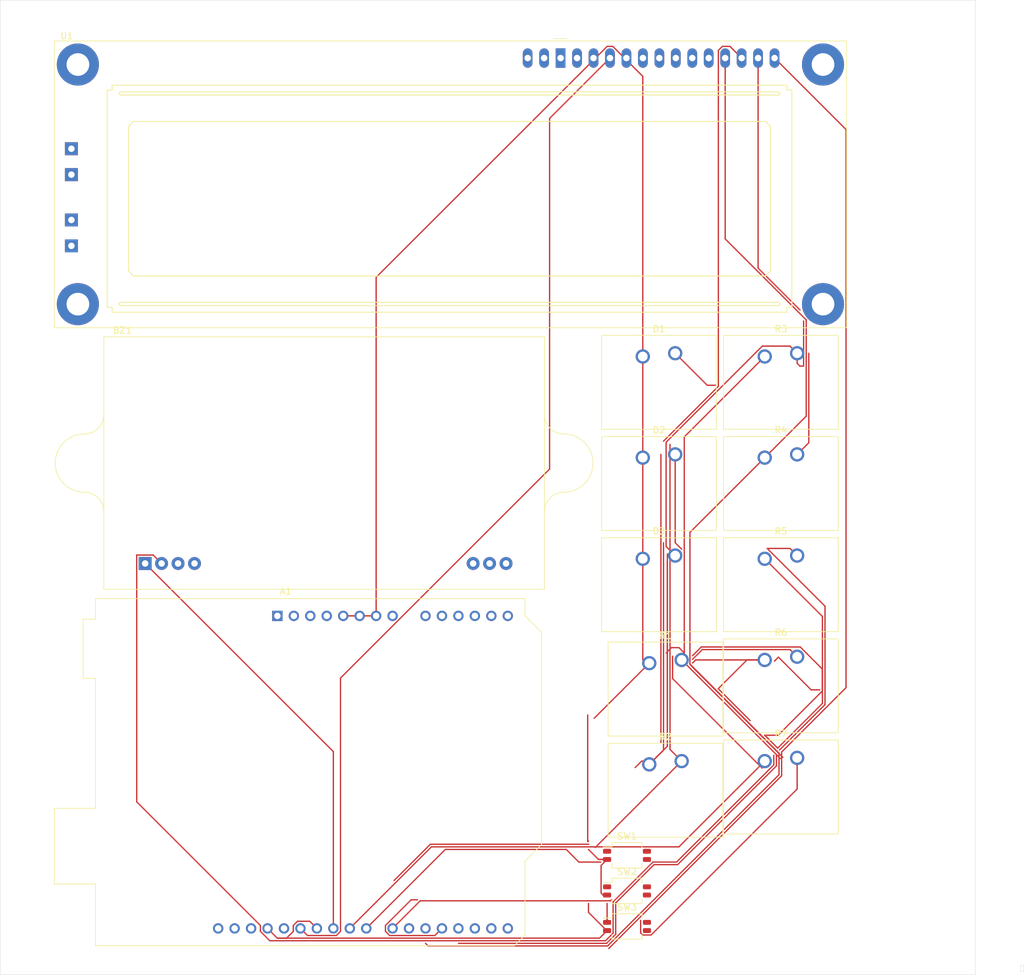
<source format=kicad_pcb>
(kicad_pcb (version 20241229) (generator "pcbnew") (generator_version "9.0")
  (layers (0 "F.Cu" signal) (2 "B.Cu" signal) (13 "F.Paste" user) (15 "B.Paste" user) (5 "F.SilkS" user "F.Silkscreen") (7 "B.SilkS" user "B.Silkscreen") (1 "F.Mask" user) (3 "B.Mask" user) (25 "Edge.Cuts" user))
  (net 0 "")
  (net 2 "Net-(A1-+5V)")
  (net 4 "Net-(A1-D10)")
  (net 10 "Net-(A1-D5)")
  (net 16 "Net-(A1-D3)")
  (net 17 "Net-(A1-D12)")
  (net 18 "Net-(A1-D7)")
  (net 19 "Net-(A1-D4)")
  (net 24 "Net-(A1-D9)")
  (net 25 "Net-(A1-D8)")
  (net 28 "Net-(A1-D2)")
  (net 29 "Net-(BZ1--)")
  (net 30 "Net-(D1-K)")
  (net 31 "Net-(D2-K)")
  (net 32 "Net-(D3-K)")
  (net 33 "Net-(R5-Pad1)")
  (net 34 "Net-(R6-Pad1)")
  (net 35 "Net-(R7-Pad1)")
  (footprint "Button_Switch_Keyboard:SW_Matias_2.75u" (layer "F.Cu") (at 167.5 74.52)
    (property "Reference" "R3" (at -2.5 -3.75 0) (layer "F.SilkS"))
    (property "Value" "R")
    (fp_line (start -11.35 -2.75) (end 6.35 -2.75) (stroke (width 0.12)) (layer "F.SilkS"))
    (fp_line (start -11.35 11.75) (end -11.35 -2.75) (stroke (width 0.12)) (layer "F.SilkS"))
    (fp_line (start 6.35 -2.75) (end 6.35 11.75) (stroke (width 0.12)) (layer "F.SilkS"))
    (fp_line (start 6.35 11.75) (end -11.35 11.75) (stroke (width 0.12)) (layer "F.SilkS"))
    (pad "1" thru_hole circle (at 0 0) (size 2.2 2.2) (drill 1.5) (layers "*.Cu" "*.Mask") (net 32 "Net-(D3-K)"))
    (pad "2" thru_hole circle (at -5 0.5) (size 2.2 2.2) (drill 1.5) (layers "*.Cu" "*.Mask") (net 16 "Net-(A1-D3)"))
  )
  (footprint "Button_Switch_Keyboard:SW_Matias_2.25u" (layer "F.Cu") (at 148.68 90.14)
    (property "Reference" "D2" (at -2.5 -3.75 0) (layer "F.SilkS"))
    (property "Value" "LED")
    (fp_line (start -11.35 -2.75) (end 6.35 -2.75) (stroke (width 0.12)) (layer "F.SilkS"))
    (fp_line (start -11.35 11.75) (end -11.35 -2.75) (stroke (width 0.12)) (layer "F.SilkS"))
    (fp_line (start 6.35 -2.75) (end 6.35 11.75) (stroke (width 0.12)) (layer "F.SilkS"))
    (fp_line (start 6.35 11.75) (end -11.35 11.75) (stroke (width 0.12)) (layer "F.SilkS"))
    (pad "1" thru_hole circle (at 0 0) (size 2.2 2.2) (drill 1.5) (layers "*.Cu" "*.Mask") (net 31 "Net-(D2-K)"))
    (pad "2" thru_hole circle (at -5 0.5) (size 2.2 2.2) (drill 1.5) (layers "*.Cu" "*.Mask") (net 2 "Net-(A1-+5V)"))
  )
  (footprint "Button_Switch_SMD:SW_DIP_SPSTx02_Slide_Omron_A6H-2101_W6.15mm_P1.27mm" (layer "F.Cu") (at 141.245 157.545)
    (property "Reference" "SW2" (at 0 -2.965 0) (layer "F.SilkS"))
    (property "Value" "SW_Push")
    (fp_line (start -3.7 -1.315) (end -2.31 -1.315) (stroke (width 0.12)) (layer "F.SilkS"))
    (fp_line (start -2.31 -1.965) (end -2.31 -1.315) (stroke (width 0.12)) (layer "F.SilkS"))
    (fp_line (start -2.31 -1.965) (end 2.31 -1.965) (stroke (width 0.12)) (layer "F.SilkS"))
    (fp_line (start -2.31 1.965) (end -2.31 1.255) (stroke (width 0.12)) (layer "F.SilkS"))
    (fp_line (start -2.31 1.965) (end 2.31 1.965) (stroke (width 0.12)) (layer "F.SilkS"))
    (fp_line (start 2.31 -1.965) (end 2.31 -1.255) (stroke (width 0.12)) (layer "F.SilkS"))
    (fp_line (start 2.31 1.965) (end 2.31 1.255) (stroke (width 0.12)) (layer "F.SilkS"))
    (pad "1" smd roundrect (at -3.075 -0.635) (size 1.25 0.76) (layers "F.Cu" "F.Mask" "F.Paste") (net 35 "Net-(R7-Pad1)"))
    (pad "2" smd roundrect (at -3.075 0.635) (size 1.25 0.76) (layers "F.Cu" "F.Mask" "F.Paste") (net 2 "Net-(A1-+5V)"))
    (pad "3" smd roundrect (at 3.075 0.635) (size 1.25 0.76) (layers "F.Cu" "F.Mask" "F.Paste"))
    (pad "4" smd roundrect (at 3.075 -0.635) (size 1.25 0.76) (layers "F.Cu" "F.Mask" "F.Paste"))
  )
  (footprint "Button_Switch_Keyboard:SW_Matias_2.25u" (layer "F.Cu") (at 148.68 105.76)
    (property "Reference" "D3" (at -2.5 -3.75 0) (layer "F.SilkS"))
    (property "Value" "LED")
    (fp_line (start -11.35 -2.75) (end 6.35 -2.75) (stroke (width 0.12)) (layer "F.SilkS"))
    (fp_line (start -11.35 11.75) (end -11.35 -2.75) (stroke (width 0.12)) (layer "F.SilkS"))
    (fp_line (start 6.35 -2.75) (end 6.35 11.75) (stroke (width 0.12)) (layer "F.SilkS"))
    (fp_line (start 6.35 11.75) (end -11.35 11.75) (stroke (width 0.12)) (layer "F.SilkS"))
    (pad "1" thru_hole circle (at 0 0) (size 2.2 2.2) (drill 1.5) (layers "*.Cu" "*.Mask") (net 32 "Net-(D3-K)"))
    (pad "2" thru_hole circle (at -5 0.5) (size 2.2 2.2) (drill 1.5) (layers "*.Cu" "*.Mask") (net 2 "Net-(A1-+5V)"))
  )
  (footprint "Button_Switch_Keyboard:SW_Matias_2.25u" (layer "F.Cu") (at 148.68 74.52)
    (property "Reference" "D1" (at -2.5 -3.75 0) (layer "F.SilkS"))
    (property "Value" "LED")
    (fp_line (start -11.35 -2.75) (end 6.35 -2.75) (stroke (width 0.12)) (layer "F.SilkS"))
    (fp_line (start -11.35 11.75) (end -11.35 -2.75) (stroke (width 0.12)) (layer "F.SilkS"))
    (fp_line (start 6.35 -2.75) (end 6.35 11.75) (stroke (width 0.12)) (layer "F.SilkS"))
    (fp_line (start 6.35 11.75) (end -11.35 11.75) (stroke (width 0.12)) (layer "F.SilkS"))
    (pad "1" thru_hole circle (at 0 0) (size 2.2 2.2) (drill 1.5) (layers "*.Cu" "*.Mask") (net 30 "Net-(D1-K)"))
    (pad "2" thru_hole circle (at -5 0.5) (size 2.2 2.2) (drill 1.5) (layers "*.Cu" "*.Mask") (net 2 "Net-(A1-+5V)"))
  )
  (footprint "Button_Switch_SMD:SW_DIP_SPSTx02_Slide_Omron_A6H-2101_W6.15mm_P1.27mm" (layer "F.Cu") (at 141.245 163.035)
    (property "Reference" "SW3" (at 0 -2.965 0) (layer "F.SilkS"))
    (property "Value" "SW_Push")
    (fp_line (start -3.7 -1.315) (end -2.31 -1.315) (stroke (width 0.12)) (layer "F.SilkS"))
    (fp_line (start -2.31 -1.965) (end -2.31 -1.315) (stroke (width 0.12)) (layer "F.SilkS"))
    (fp_line (start -2.31 -1.965) (end 2.31 -1.965) (stroke (width 0.12)) (layer "F.SilkS"))
    (fp_line (start -2.31 1.965) (end -2.31 1.255) (stroke (width 0.12)) (layer "F.SilkS"))
    (fp_line (start -2.31 1.965) (end 2.31 1.965) (stroke (width 0.12)) (layer "F.SilkS"))
    (fp_line (start 2.31 -1.965) (end 2.31 -1.255) (stroke (width 0.12)) (layer "F.SilkS"))
    (fp_line (start 2.31 1.965) (end 2.31 1.255) (stroke (width 0.12)) (layer "F.SilkS"))
    (pad "1" smd roundrect (at -3.075 -0.635) (size 1.25 0.76) (layers "F.Cu" "F.Mask" "F.Paste") (net 33 "Net-(R5-Pad1)"))
    (pad "2" smd roundrect (at -3.075 0.635) (size 1.25 0.76) (layers "F.Cu" "F.Mask" "F.Paste") (net 2 "Net-(A1-+5V)"))
    (pad "3" smd roundrect (at 3.075 0.635) (size 1.25 0.76) (layers "F.Cu" "F.Mask" "F.Paste"))
    (pad "4" smd roundrect (at 3.075 -0.635) (size 1.25 0.76) (layers "F.Cu" "F.Mask" "F.Paste"))
  )
  (footprint "Button_Switch_Keyboard:SW_Matias_2.75u" (layer "F.Cu") (at 167.5 90.14)
    (property "Reference" "R4" (at -2.5 -3.75 0) (layer "F.SilkS"))
    (property "Value" "R")
    (fp_line (start -11.35 -2.75) (end 6.35 -2.75) (stroke (width 0.12)) (layer "F.SilkS"))
    (fp_line (start -11.35 11.75) (end -11.35 -2.75) (stroke (width 0.12)) (layer "F.SilkS"))
    (fp_line (start 6.35 -2.75) (end 6.35 11.75) (stroke (width 0.12)) (layer "F.SilkS"))
    (fp_line (start 6.35 11.75) (end -11.35 11.75) (stroke (width 0.12)) (layer "F.SilkS"))
    (pad "1" thru_hole circle (at 0 0) (size 2.2 2.2) (drill 1.5) (layers "*.Cu" "*.Mask") (net 30 "Net-(D1-K)"))
    (pad "2" thru_hole circle (at -5 0.5) (size 2.2 2.2) (drill 1.5) (layers "*.Cu" "*.Mask") (net 10 "Net-(A1-D5)"))
  )
  (footprint "Button_Switch_Keyboard:SW_Matias_2.75u" (layer "F.Cu") (at 149.68 137.5)
    (property "Reference" "R2" (at -2.5 -3.75 0) (layer "F.SilkS"))
    (property "Value" "R")
    (fp_line (start -11.35 -2.75) (end 6.35 -2.75) (stroke (width 0.12)) (layer "F.SilkS"))
    (fp_line (start -11.35 11.75) (end -11.35 -2.75) (stroke (width 0.12)) (layer "F.SilkS"))
    (fp_line (start 6.35 -2.75) (end 6.35 11.75) (stroke (width 0.12)) (layer "F.SilkS"))
    (fp_line (start 6.35 11.75) (end -11.35 11.75) (stroke (width 0.12)) (layer "F.SilkS"))
    (pad "1" thru_hole circle (at 0 0) (size 2.2 2.2) (drill 1.5) (layers "*.Cu" "*.Mask") (net 19 "Net-(A1-D4)"))
    (pad "2" thru_hole circle (at -5 0.5) (size 2.2 2.2) (drill 1.5) (layers "*.Cu" "*.Mask") (net 31 "Net-(D2-K)"))
  )
  (footprint "Button_Switch_Keyboard:SW_Matias_2.75u" (layer "F.Cu") (at 167.5 105.76)
    (property "Reference" "R5" (at -2.5 -3.75 0) (layer "F.SilkS"))
    (property "Value" "R")
    (fp_line (start -11.35 -2.75) (end 6.35 -2.75) (stroke (width 0.12)) (layer "F.SilkS"))
    (fp_line (start -11.35 11.75) (end -11.35 -2.75) (stroke (width 0.12)) (layer "F.SilkS"))
    (fp_line (start 6.35 -2.75) (end 6.35 11.75) (stroke (width 0.12)) (layer "F.SilkS"))
    (fp_line (start 6.35 11.75) (end -11.35 11.75) (stroke (width 0.12)) (layer "F.SilkS"))
    (pad "1" thru_hole circle (at 0 0) (size 2.2 2.2) (drill 1.5) (layers "*.Cu" "*.Mask") (net 33 "Net-(R5-Pad1)"))
    (pad "2" thru_hole circle (at -5 0.5) (size 2.2 2.2) (drill 1.5) (layers "*.Cu" "*.Mask") (net 18 "Net-(A1-D7)"))
  )
  (footprint "Audio_Module:Reverb_BTDR-1H" (layer "F.Cu") (at 66.875 106.985)
    (property "Reference" "BZ1" (at -3.5 -36 0) (layer "F.SilkS"))
    (property "Value" "Buzzer")
    (fp_line (start -6.38 -35) (end 61.62 -35) (stroke (width 0.12)) (layer "F.SilkS"))
    (fp_line (start -6.38 -15.5) (end -6.38 -35) (stroke (width 0.12)) (layer "F.SilkS"))
    (fp_line (start -6.38 -15.5) (end -6.38 4) (stroke (width 0.12)) (layer "F.SilkS"))
    (fp_line (start -6.38 4) (end 61.62 4) (stroke (width 0.12)) (layer "F.SilkS"))
    (fp_line (start 61.62 -35) (end 61.62 4) (stroke (width 0.12)) (layer "F.SilkS"))
    (fp_arc (start -9.38 -11) (mid -13.88 -15.5) (end -9.38 -20) (stroke (width 0.12)) (layer "F.SilkS"))
    (fp_arc (start -9.38 -11) (mid -7.25868 -10.12132) (end -6.38 -8) (stroke (width 0.12)) (layer "F.SilkS"))
    (fp_arc (start -6.38 -23) (mid -7.25868 -20.87868) (end -9.38 -20) (stroke (width 0.12)) (layer "F.SilkS"))
    (fp_arc (start 61.62 -8) (mid 62.49868 -10.12132) (end 64.62 -11) (stroke (width 0.12)) (layer "F.SilkS"))
    (fp_arc (start 64.62 -20) (mid 62.49868 -20.87868) (end 61.62 -23) (stroke (width 0.12)) (layer "F.SilkS"))
    (fp_arc (start 64.62 -20) (mid 69.12 -15.5) (end 64.62 -11) (stroke (width 0.12)) (layer "F.SilkS"))
    (fp_circle (center -9.38 -15.5) (end -7.63 -15.5) (stroke (width 0.12)) (fill no) (layer "F.SilkS"))
    (fp_circle (center 64.62 -15.5) (end 66.37 -15.5) (stroke (width 0.12)) (fill no) (layer "F.SilkS"))
    (pad "" np_thru_hole circle (at -9.38 -15.5) (size 3.7 3.7) (drill 3.7) (layers "*.Cu" "*.Mask"))
    (pad "" np_thru_hole circle (at 64.62 -15.5) (size 3.7 3.7) (drill 3.7) (layers "*.Cu" "*.Mask"))
    (pad "1" thru_hole rect (at 0 0) (size 2 2) (drill 1) (layers "*.Cu" "*.Mask") (net 4 "Net-(A1-D10)"))
    (pad "2" thru_hole circle (at 2.54 0) (size 2 2) (drill 1) (layers "*.Cu" "*.Mask") (net 29 "Net-(BZ1--)"))
    (pad "3" thru_hole circle (at 5.08 0) (size 2 2) (drill 1) (layers "*.Cu" "*.Mask"))
    (pad "4" thru_hole circle (at 7.62 0) (size 2 2) (drill 1) (layers "*.Cu" "*.Mask"))
    (pad "5" thru_hole circle (at 50.62 0) (size 2 2) (drill 1) (layers "*.Cu" "*.Mask"))
    (pad "6" thru_hole circle (at 53.16 0) (size 2 2) (drill 1) (layers "*.Cu" "*.Mask"))
    (pad "7" thru_hole circle (at 55.7 0) (size 2 2) (drill 1) (layers "*.Cu" "*.Mask"))
  )
  (footprint "Button_Switch_SMD:SW_DIP_SPSTx02_Slide_Omron_A6H-2101_W6.15mm_P1.27mm" (layer "F.Cu") (at 141.245 152.055)
    (property "Reference" "SW1" (at 0 -2.965 0) (layer "F.SilkS"))
    (property "Value" "SW_Push")
    (fp_line (start -3.7 -1.315) (end -2.31 -1.315) (stroke (width 0.12)) (layer "F.SilkS"))
    (fp_line (start -2.31 -1.965) (end -2.31 -1.315) (stroke (width 0.12)) (layer "F.SilkS"))
    (fp_line (start -2.31 -1.965) (end 2.31 -1.965) (stroke (width 0.12)) (layer "F.SilkS"))
    (fp_line (start -2.31 1.965) (end -2.31 1.255) (stroke (width 0.12)) (layer "F.SilkS"))
    (fp_line (start -2.31 1.965) (end 2.31 1.965) (stroke (width 0.12)) (layer "F.SilkS"))
    (fp_line (start 2.31 -1.965) (end 2.31 -1.255) (stroke (width 0.12)) (layer "F.SilkS"))
    (fp_line (start 2.31 1.965) (end 2.31 1.255) (stroke (width 0.12)) (layer "F.SilkS"))
    (pad "1" smd roundrect (at -3.075 -0.635) (size 1.25 0.76) (layers "F.Cu" "F.Mask" "F.Paste") (net 34 "Net-(R6-Pad1)"))
    (pad "2" smd roundrect (at -3.075 0.635) (size 1.25 0.76) (layers "F.Cu" "F.Mask" "F.Paste") (net 2 "Net-(A1-+5V)"))
    (pad "3" smd roundrect (at 3.075 0.635) (size 1.25 0.76) (layers "F.Cu" "F.Mask" "F.Paste"))
    (pad "4" smd roundrect (at 3.075 -0.635) (size 1.25 0.76) (layers "F.Cu" "F.Mask" "F.Paste"))
  )
  (footprint "Button_Switch_Keyboard:SW_Matias_2.75u" (layer "F.Cu") (at 149.68 121.88)
    (property "Reference" "R1" (at -2.5 -3.75 0) (layer "F.SilkS"))
    (property "Value" "R")
    (fp_line (start -11.35 -2.75) (end 6.35 -2.75) (stroke (width 0.12)) (layer "F.SilkS"))
    (fp_line (start -11.35 11.75) (end -11.35 -2.75) (stroke (width 0.12)) (layer "F.SilkS"))
    (fp_line (start 6.35 -2.75) (end 6.35 11.75) (stroke (width 0.12)) (layer "F.SilkS"))
    (fp_line (start 6.35 11.75) (end -11.35 11.75) (stroke (width 0.12)) (layer "F.SilkS"))
    (pad "1" thru_hole circle (at 0 0) (size 2.2 2.2) (drill 1.5) (layers "*.Cu" "*.Mask") (net 29 "Net-(BZ1--)"))
    (pad "2" thru_hole circle (at -5 0.5) (size 2.2 2.2) (drill 1.5) (layers "*.Cu" "*.Mask") (net 2 "Net-(A1-+5V)"))
  )
  (footprint "Button_Switch_Keyboard:SW_Matias_2.75u" (layer "F.Cu") (at 167.5 137)
    (property "Reference" "R7" (at -2.5 -3.75 0) (layer "F.SilkS"))
    (property "Value" "R")
    (fp_line (start -11.35 -2.75) (end 6.35 -2.75) (stroke (width 0.12)) (layer "F.SilkS"))
    (fp_line (start -11.35 11.75) (end -11.35 -2.75) (stroke (width 0.12)) (layer "F.SilkS"))
    (fp_line (start 6.35 -2.75) (end 6.35 11.75) (stroke (width 0.12)) (layer "F.SilkS"))
    (fp_line (start 6.35 11.75) (end -11.35 11.75) (stroke (width 0.12)) (layer "F.SilkS"))
    (pad "1" thru_hole circle (at 0 0) (size 2.2 2.2) (drill 1.5) (layers "*.Cu" "*.Mask") (net 35 "Net-(R7-Pad1)"))
    (pad "2" thru_hole circle (at -5 0.5) (size 2.2 2.2) (drill 1.5) (layers "*.Cu" "*.Mask") (net 24 "Net-(A1-D9)"))
  )
  (footprint "Display:LCD-016N002L" (layer "F.Cu") (at 130.995 28.94)
    (property "Reference" "U1" (at -76.21 -3.41 180) (layer "F.SilkS"))
    (property "Value" "LCD-016N002L")
    (fp_line (start -78.14 -2.64) (end -78.14 41.64) (stroke (width 0.12)) (layer "F.SilkS"))
    (fp_line (start -78.14 41.64) (end 44.14 41.64) (stroke (width 0.12)) (layer "F.SilkS"))
    (fp_line (start -69.977 4.953) (end -69.977 38.481) (stroke (width 0.15)) (layer "F.SilkS"))
    (fp_line (start -69.215 4.191) (end -69.215 4.953) (stroke (width 0.15)) (layer "F.SilkS"))
    (fp_line (start -69.215 4.953) (end -69.977 4.953) (stroke (width 0.15)) (layer "F.SilkS"))
    (fp_line (start -69.215 38.481) (end -69.977 38.481) (stroke (width 0.15)) (layer "F.SilkS"))
    (fp_line (start -69.215 39.243) (end -69.215 38.481) (stroke (width 0.15)) (layer "F.SilkS"))
    (fp_line (start -69.215 39.243) (end 34.925 39.243) (stroke (width 0.15)) (layer "F.SilkS"))
    (fp_line (start -68.199 5.461) (end -67.945 5.715) (stroke (width 0.15)) (layer "F.SilkS"))
    (fp_line (start -68.199 37.973) (end -67.945 38.227) (stroke (width 0.15)) (layer "F.SilkS"))
    (fp_line (start -67.945 5.207) (end -68.199 5.461) (stroke (width 0.15)) (layer "F.SilkS"))
    (fp_line (start -67.945 5.715) (end 33.655 5.715) (stroke (width 0.15)) (layer "F.SilkS"))
    (fp_line (start -67.945 37.719) (end -68.199 37.973) (stroke (width 0.15)) (layer "F.SilkS"))
    (fp_line (start -67.945 38.227) (end 33.655 38.227) (stroke (width 0.15)) (layer "F.SilkS"))
    (fp_line (start -66.675 10.541) (end -65.913 9.779) (stroke (width 0.15)) (layer "F.SilkS"))
    (fp_line (start -66.675 32.893) (end -66.675 10.541) (stroke (width 0.15)) (layer "F.SilkS"))
    (fp_line (start -65.913 9.779) (end 31.623 9.779) (stroke (width 0.15)) (layer "F.SilkS"))
    (fp_line (start -65.913 33.655) (end -66.675 32.893) (stroke (width 0.15)) (layer "F.SilkS"))
    (fp_line (start -1 -3) (end 1 -3) (stroke (width 0.12)) (layer "F.SilkS"))
    (fp_line (start 31.623 9.779) (end 32.385 10.541) (stroke (width 0.15)) (layer "F.SilkS"))
    (fp_line (start 31.623 33.655) (end -65.913 33.655) (stroke (width 0.15)) (layer "F.SilkS"))
    (fp_line (start 32.385 10.541) (end 32.385 32.893) (stroke (width 0.15)) (layer "F.SilkS"))
    (fp_line (start 32.385 32.893) (end 31.623 33.655) (stroke (width 0.15)) (layer "F.SilkS"))
    (fp_line (start 33.655 5.207) (end -67.945 5.207) (stroke (width 0.15)) (layer "F.SilkS"))
    (fp_line (start 33.655 5.207) (end 33.909 5.461) (stroke (width 0.15)) (layer "F.SilkS"))
    (fp_line (start 33.655 37.719) (end -67.945 37.719) (stroke (width 0.15)) (layer "F.SilkS"))
    (fp_line (start 33.655 38.227) (end 33.909 37.973) (stroke (width 0.15)) (layer "F.SilkS"))
    (fp_line (start 33.909 5.461) (end 33.655 5.715) (stroke (width 0.15)) (layer "F.SilkS"))
    (fp_line (start 33.909 37.973) (end 33.655 37.719) (stroke (width 0.15)) (layer "F.SilkS"))
    (fp_line (start 34.925 4.191) (end -69.215 4.191) (stroke (width 0.15)) (layer "F.SilkS"))
    (fp_line (start 34.925 4.191) (end 34.925 4.953) (stroke (width 0.15)) (layer "F.SilkS"))
    (fp_line (start 34.925 4.953) (end 35.687 4.953) (stroke (width 0.15)) (layer "F.SilkS"))
    (fp_line (start 34.925 38.481) (end 34.925 39.243) (stroke (width 0.15)) (layer "F.SilkS"))
    (fp_line (start 35.687 38.481) (end 34.925 38.481) (stroke (width 0.15)) (layer "F.SilkS"))
    (fp_line (start 35.687 38.481) (end 35.687 4.953) (stroke (width 0.15)) (layer "F.SilkS"))
    (fp_line (start 44.14 -2.64) (end -78.14 -2.64) (stroke (width 0.12)) (layer "F.SilkS"))
    (fp_line (start 44.14 -2.64) (end 44.14 41.64) (stroke (width 0.12)) (layer "F.SilkS"))
    (pad "" thru_hole circle (at -74.5 1 180) (size 6.5 6.5) (drill 3.5) (layers "*.Cu" "*.Mask"))
    (pad "" thru_hole circle (at -74.5 38 180) (size 6.5 6.5) (drill 3.5) (layers "*.Cu" "*.Mask"))
    (pad "" thru_hole circle (at 40.5 1 180) (size 6.5 6.5) (drill 3.5) (layers "*.Cu" "*.Mask"))
    (pad "" thru_hole circle (at 40.5 38 180) (size 6.5 6.5) (drill 3.5) (layers "*.Cu" "*.Mask"))
    (pad "1" thru_hole rect (at 0 0 180) (size 1.5 3) (drill 1) (layers "*.Cu" "*.Mask") (net 2 "Net-(A1-+5V)"))
    (pad "2" thru_hole oval (at 2.54 0 180) (size 1.5 3) (drill 1) (layers "*.Cu" "*.Mask") (net 2 "Net-(A1-+5V)"))
    (pad "3" thru_hole oval (at 5.08 0 180) (size 1.5 3) (drill 1) (layers "*.Cu" "*.Mask") (net 2 "Net-(A1-+5V)"))
    (pad "4" thru_hole oval (at 7.62 0 180) (size 1.5 3) (drill 1) (layers "*.Cu" "*.Mask") (net 17 "Net-(A1-D12)"))
    (pad "5" thru_hole oval (at 10.16 0 180) (size 1.5 3) (drill 1) (layers "*.Cu" "*.Mask") (net 2 "Net-(A1-+5V)"))
    (pad "6" thru_hole oval (at 12.7 0 180) (size 1.5 3) (drill 1) (layers "*.Cu" "*.Mask") (net 2 "Net-(A1-+5V)"))
    (pad "7" thru_hole oval (at 15.24 0 180) (size 1.5 3) (drill 1) (layers "*.Cu" "*.Mask"))
    (pad "8" thru_hole oval (at 17.78 0 180) (size 1.5 3) (drill 1) (layers "*.Cu" "*.Mask"))
    (pad "9" thru_hole oval (at 20.32 0 180) (size 1.5 3) (drill 1) (layers "*.Cu" "*.Mask"))
    (pad "10" thru_hole oval (at 22.86 0 180) (size 1.5 3) (drill 1) (layers "*.Cu" "*.Mask"))
    (pad "11" thru_hole oval (at 25.4 0 180) (size 1.5 3) (drill 1) (layers "*.Cu" "*.Mask") (net 10 "Net-(A1-D5)"))
    (pad "12" thru_hole oval (at 27.94 0 180) (size 1.5 3) (drill 1) (layers "*.Cu" "*.Mask") (net 19 "Net-(A1-D4)"))
    (pad "13" thru_hole oval (at 30.48 0 180) (size 1.5 3) (drill 1) (layers "*.Cu" "*.Mask") (net 16 "Net-(A1-D3)"))
    (pad "14" thru_hole oval (at 33.02 0 180) (size 1.5 3) (drill 1) (layers "*.Cu" "*.Mask") (net 28 "Net-(A1-D2)"))
    (pad "15" thru_hole oval (at -2.54 0 180) (size 1.5 3) (drill 1) (layers "*.Cu" "*.Mask") (net 2 "Net-(A1-+5V)"))
    (pad "16" thru_hole oval (at -5.08 0 180) (size 1.5 3) (drill 1) (layers "*.Cu" "*.Mask") (net 2 "Net-(A1-+5V)"))
    (pad "A1" thru_hole rect (at -75.5 14 180) (size 2 2) (drill 1) (layers "*.Cu" "*.Mask"))
    (pad "A2" thru_hole rect (at -75.5 25 180) (size 2 2) (drill 1) (layers "*.Cu" "*.Mask"))
    (pad "K1" thru_hole rect (at -75.5 18 180) (size 2 2) (drill 1) (layers "*.Cu" "*.Mask"))
    (pad "K2" thru_hole rect (at -75.5 29 180) (size 2 2) (drill 1) (layers "*.Cu" "*.Mask"))
  )
  (footprint "Button_Switch_Keyboard:SW_Matias_2.75u" (layer "F.Cu") (at 167.5 121.38)
    (property "Reference" "R6" (at -2.5 -3.75 0) (layer "F.SilkS"))
    (property "Value" "R")
    (fp_line (start -11.35 -2.75) (end 6.35 -2.75) (stroke (width 0.12)) (layer "F.SilkS"))
    (fp_line (start -11.35 11.75) (end -11.35 -2.75) (stroke (width 0.12)) (layer "F.SilkS"))
    (fp_line (start 6.35 -2.75) (end 6.35 11.75) (stroke (width 0.12)) (layer "F.SilkS"))
    (fp_line (start 6.35 11.75) (end -11.35 11.75) (stroke (width 0.12)) (layer "F.SilkS"))
    (pad "1" thru_hole circle (at 0 0) (size 2.2 2.2) (drill 1.5) (layers "*.Cu" "*.Mask") (net 34 "Net-(R6-Pad1)"))
    (pad "2" thru_hole circle (at -5 0.5) (size 2.2 2.2) (drill 1.5) (layers "*.Cu" "*.Mask") (net 25 "Net-(A1-D8)"))
  )
  (footprint "Module:Arduino_UNO_R3" (layer "F.Cu") (at 87.285 115.075)
    (property "Reference" "A1" (at 1.27 -3.81 180) (layer "F.SilkS"))
    (property "Value" "Arduino_UNO_R3")
    (fp_line (start -34.42 29.72) (end -34.42 41.4) (stroke (width 0.12)) (layer "F.SilkS"))
    (fp_line (start -34.42 41.4) (end -28.07 41.4) (stroke (width 0.12)) (layer "F.SilkS"))
    (fp_line (start -29.97 0.51) (end -29.97 9.65) (stroke (width 0.12)) (layer "F.SilkS"))
    (fp_line (start -29.97 9.65) (end -28.07 9.65) (stroke (width 0.12)) (layer "F.SilkS"))
    (fp_line (start -28.07 -2.67) (end -28.07 0.51) (stroke (width 0.12)) (layer "F.SilkS"))
    (fp_line (start -28.07 0.51) (end -29.97 0.51) (stroke (width 0.12)) (layer "F.SilkS"))
    (fp_line (start -28.07 9.65) (end -28.07 29.72) (stroke (width 0.12)) (layer "F.SilkS"))
    (fp_line (start -28.07 29.72) (end -34.42 29.72) (stroke (width 0.12)) (layer "F.SilkS"))
    (fp_line (start -28.07 41.4) (end -28.07 50.93) (stroke (width 0.12)) (layer "F.SilkS"))
    (fp_line (start -28.07 50.93) (end 36.58 50.93) (stroke (width 0.12)) (layer "F.SilkS"))
    (fp_line (start 36.58 50.93) (end 38.23 49.28) (stroke (width 0.12)) (layer "F.SilkS"))
    (fp_line (start 38.23 -2.67) (end -28.07 -2.67) (stroke (width 0.12)) (layer "F.SilkS"))
    (fp_line (start 38.23 0) (end 38.23 -2.67) (stroke (width 0.12)) (layer "F.SilkS"))
    (fp_line (start 38.23 37.85) (end 40.77 35.31) (stroke (width 0.12)) (layer "F.SilkS"))
    (fp_line (start 38.23 49.28) (end 38.23 37.85) (stroke (width 0.12)) (layer "F.SilkS"))
    (fp_line (start 40.77 2.54) (end 38.23 0) (stroke (width 0.12)) (layer "F.SilkS"))
    (fp_line (start 40.77 35.31) (end 40.77 2.54) (stroke (width 0.12)) (layer "F.SilkS"))
    (pad "1" thru_hole rect (at 0 0 90) (size 1.6 1.6) (drill 1) (layers "*.Cu" "*.Mask"))
    (pad "2" thru_hole oval (at 2.54 0 90) (size 1.6 1.6) (drill 1) (layers "*.Cu" "*.Mask"))
    (pad "3" thru_hole oval (at 5.08 0 90) (size 1.6 1.6) (drill 1) (layers "*.Cu" "*.Mask"))
    (pad "4" thru_hole oval (at 7.62 0 90) (size 1.6 1.6) (drill 1) (layers "*.Cu" "*.Mask"))
    (pad "5" thru_hole oval (at 10.16 0 90) (size 1.6 1.6) (drill 1) (layers "*.Cu" "*.Mask") (net 2 "Net-(A1-+5V)"))
    (pad "6" thru_hole oval (at 12.7 0 90) (size 1.6 1.6) (drill 1) (layers "*.Cu" "*.Mask") (net 2 "Net-(A1-+5V)"))
    (pad "7" thru_hole oval (at 15.24 0 90) (size 1.6 1.6) (drill 1) (layers "*.Cu" "*.Mask") (net 2 "Net-(A1-+5V)"))
    (pad "8" thru_hole oval (at 17.78 0 90) (size 1.6 1.6) (drill 1) (layers "*.Cu" "*.Mask"))
    (pad "9" thru_hole oval (at 22.86 0 90) (size 1.6 1.6) (drill 1) (layers "*.Cu" "*.Mask"))
    (pad "10" thru_hole oval (at 25.4 0 90) (size 1.6 1.6) (drill 1) (layers "*.Cu" "*.Mask"))
    (pad "11" thru_hole oval (at 27.94 0 90) (size 1.6 1.6) (drill 1) (layers "*.Cu" "*.Mask"))
    (pad "12" thru_hole oval (at 30.48 0 90) (size 1.6 1.6) (drill 1) (layers "*.Cu" "*.Mask"))
    (pad "13" thru_hole oval (at 33.02 0 90) (size 1.6 1.6) (drill 1) (layers "*.Cu" "*.Mask"))
    (pad "14" thru_hole oval (at 35.56 0 90) (size 1.6 1.6) (drill 1) (layers "*.Cu" "*.Mask"))
    (pad "15" thru_hole oval (at 35.56 48.26 90) (size 1.6 1.6) (drill 1) (layers "*.Cu" "*.Mask"))
    (pad "16" thru_hole oval (at 33.02 48.26 90) (size 1.6 1.6) (drill 1) (layers "*.Cu" "*.Mask"))
    (pad "17" thru_hole oval (at 30.48 48.26 90) (size 1.6 1.6) (drill 1) (layers "*.Cu" "*.Mask") (net 28 "Net-(A1-D2)"))
    (pad "18" thru_hole oval (at 27.94 48.26 90) (size 1.6 1.6) (drill 1) (layers "*.Cu" "*.Mask") (net 16 "Net-(A1-D3)"))
    (pad "19" thru_hole oval (at 25.4 48.26 90) (size 1.6 1.6) (drill 1) (layers "*.Cu" "*.Mask") (net 19 "Net-(A1-D4)"))
    (pad "20" thru_hole oval (at 22.86 48.26 90) (size 1.6 1.6) (drill 1) (layers "*.Cu" "*.Mask") (net 10 "Net-(A1-D5)"))
    (pad "21" thru_hole oval (at 20.32 48.26 90) (size 1.6 1.6) (drill 1) (layers "*.Cu" "*.Mask"))
    (pad "22" thru_hole oval (at 17.78 48.26 90) (size 1.6 1.6) (drill 1) (layers "*.Cu" "*.Mask") (net 18 "Net-(A1-D7)"))
    (pad "23" thru_hole oval (at 13.72 48.26 90) (size 1.6 1.6) (drill 1) (layers "*.Cu" "*.Mask") (net 25 "Net-(A1-D8)"))
    (pad "24" thru_hole oval (at 11.18 48.26 90) (size 1.6 1.6) (drill 1) (layers "*.Cu" "*.Mask") (net 24 "Net-(A1-D9)"))
    (pad "25" thru_hole oval (at 8.64 48.26 90) (size 1.6 1.6) (drill 1) (layers "*.Cu" "*.Mask") (net 4 "Net-(A1-D10)"))
    (pad "26" thru_hole oval (at 6.1 48.26 90) (size 1.6 1.6) (drill 1) (layers "*.Cu" "*.Mask") (net 2 "Net-(A1-+5V)"))
    (pad "27" thru_hole oval (at 3.56 48.26 90) (size 1.6 1.6) (drill 1) (layers "*.Cu" "*.Mask") (net 17 "Net-(A1-D12)"))
    (pad "28" thru_hole oval (at 1.02 48.26 90) (size 1.6 1.6) (drill 1) (layers "*.Cu" "*.Mask"))
    (pad "29" thru_hole oval (at -1.52 48.26 90) (size 1.6 1.6) (drill 1) (layers "*.Cu" "*.Mask") (net 2 "Net-(A1-+5V)"))
    (pad "30" thru_hole oval (at -4.06 48.26 90) (size 1.6 1.6) (drill 1) (layers "*.Cu" "*.Mask"))
    (pad "31" thru_hole oval (at -6.6 48.26 90) (size 1.6 1.6) (drill 1) (layers "*.Cu" "*.Mask"))
    (pad "32" thru_hole oval (at -9.14 48.26 90) (size 1.6 1.6) (drill 1) (layers "*.Cu" "*.Mask"))
  )
  (gr_rect (start 202 169) (end 202.5 170) (stroke (width 0.05)) (fill no) (layer "Edge.Cuts"))
  (gr_rect (start 44.5 20) (end 195 170.5) (stroke (width 0.05)) (fill no) (layer "Edge.Cuts"))
  (segment (start 164.02167 122.02167) (end 164.036678 122.02167) (width 0.2) (layer "F.Cu") (net 0))
  (segment (start 164.036678 122.02167) (end 164.61437 121.443978) (width 0.2) (layer "F.Cu") (net 0))
  (segment (start 169.670392 126.5) (end 171 126.5) (width 0.2) (layer "F.Cu") (net 0))
  (segment (start 164.61437 121.443978) (end 169.670392 126.5) (width 0.2) (layer "F.Cu") (net 0))
  (segment (start 164 122) (end 164.02167 122.02167) (width 0.2) (layer "F.Cu") (net 0))
  (segment (start 137.244 157.879) (end 137.244 153.616) (width 0.2) (layer "F.Cu") (net 2))
  (segment (start 138.179662 27.139) (end 139.050338 27.139) (width 0.2) (layer "F.Cu") (net 2))
  (segment (start 92.284 162.234) (end 93.385 163.335) (width 0.2) (layer "F.Cu") (net 2))
  (segment (start 87.267 164.837) (end 137.003 164.837) (width 0.2) (layer "F.Cu") (net 2))
  (segment (start 137.5 152.69) (end 136.84645 152.69) (width 0.2) (layer "F.Cu") (net 2))
  (segment (start 139.050338 27.139) (end 143.68 31.768662) (width 0.2) (layer "F.Cu") (net 2))
  (segment (start 102.525 115.075) (end 102.525 62.793662) (width 0.2) (layer "F.Cu") (net 2))
  (segment (start 137.003 164.837) (end 138.17 163.67) (width 0.2) (layer "F.Cu") (net 2))
  (segment (start 144.68 122.38) (end 136.1759 130.8841) (width 0.2) (layer "F.Cu") (net 2))
  (segment (start 89.744 162.87895) (end 90.38895 162.234) (width 0.2) (layer "F.Cu") (net 2))
  (segment (start 87.267 164.837) (end 88.69805 164.837) (width 0.2) (layer "F.Cu") (net 2))
  (segment (start 138.224642 152.69) (end 136.84645 152.69) (width 0.2) (layer "F.Cu") (net 2))
  (segment (start 135.1759 130.3841) (end 135.1759 149.937) (width 0.2) (layer "F.Cu") (net 2))
  (segment (start 137.5 152.69) (end 138.224642 152.69) (width 0.2) (layer "F.Cu") (net 2))
  (segment (start 137.545 158.18) (end 137.244 157.879) (width 0.2) (layer "F.Cu") (net 2))
  (segment (start 138.17 152.69) (end 137.5 152.69) (width 0.2) (layer "F.Cu") (net 2))
  (segment (start 97.445 115.075) (end 102.525 115.075) (width 0.2) (layer "F.Cu") (net 2))
  (segment (start 138.17 158.18) (end 137.545 158.18) (width 0.2) (layer "F.Cu") (net 2))
  (segment (start 89.744 163.79105) (end 89.744 162.87895) (width 0.2) (layer "F.Cu") (net 2))
  (segment (start 135.29645 160.851092) (end 135.29645 159.473542) (width 0.2) (layer "F.Cu") (net 2))
  (segment (start 137.244 153.616) (end 138.17 152.69) (width 0.2) (layer "F.Cu") (net 2))
  (segment (start 88.69805 164.837) (end 89.744 163.79105) (width 0.2) (layer "F.Cu") (net 2))
  (segment (start 102.525 62.793662) (end 138.179662 27.139) (width 0.2) (layer "F.Cu") (net 2))
  (segment (start 136.84645 152.69) (end 135.29645 151.14) (width 0.2) (layer "F.Cu") (net 2))
  (segment (start 85.765 163.335) (end 87.267 164.837) (width 0.2) (layer "F.Cu") (net 2))
  (segment (start 143.68 31.768662) (end 143.68 121.88) (width 0.2) (layer "F.Cu") (net 2))
  (segment (start 135.1759 149.937) (end 135.29645 149.81645) (width 0.2) (layer "F.Cu") (net 2))
  (segment (start 138.115358 163.67) (end 135.29645 160.851092) (width 0.2) (layer "F.Cu") (net 2))
  (segment (start 90.38895 162.234) (end 92.284 162.234) (width 0.2) (layer "F.Cu") (net 2))
  (segment (start 138.17 163.67) (end 138.115358 163.67) (width 0.2) (layer "F.Cu") (net 2))
  (segment (start 95.925 136.035) (end 95.925 163.335) (width 0.2) (layer "F.Cu") (net 4))
  (segment (start 66.875 106.985) (end 95.925 136.035) (width 0.2) (layer "F.Cu") (net 4))
  (segment (start 168.901 69.367873) (end 156.395 56.861873) (width 0.2) (layer "F.Cu") (net 10))
  (segment (start 162.5 90.64) (end 150.9571 102.1829) (width 0.2) (layer "F.Cu") (net 10))
  (segment (start 110.546 166.04) (end 110.145 165.639) (width 0.2) (layer "F.Cu") (net 10))
  (segment (start 168.901 84.239) (end 168.901 69.367873) (width 0.2) (layer "F.Cu") (net 10))
  (segment (start 150.9571 122.5229) (end 164.703 136.2688) (width 0.2) (layer "F.Cu") (net 10))
  (segment (start 164.703 136.2688) (end 164.703 139.595842) (width 0.2) (layer "F.Cu") (net 10))
  (segment (start 138.258842 166.04) (end 110.546 166.04) (width 0.2) (layer "F.Cu") (net 10))
  (segment (start 162.5 90.64) (end 168.901 84.239) (width 0.2) (layer "F.Cu") (net 10))
  (segment (start 156.395 56.861873) (end 156.395 28.94) (width 0.2) (layer "F.Cu") (net 10))
  (segment (start 164.703 139.595842) (end 138.258842 166.04) (width 0.2) (layer "F.Cu") (net 10))
  (segment (start 150.9571 102.1829) (end 150.9571 122.5229) (width 0.2) (layer "F.Cu") (net 10))
  (segment (start 148.279 124.760314) (end 162.099 138.580314) (width 0.2) (layer "F.Cu") (net 16))
  (segment (start 148.099686 119.979) (end 147.279 120.799686) (width 0.2) (layer "F.Cu") (net 16))
  (segment (start 148.279 121.299686) (end 148.279 124.760314) (width 0.2) (layer "F.Cu") (net 16))
  (segment (start 164.302 136.4349) (end 164.302 138.246414) (width 0.2) (layer "F.Cu") (net 16))
  (segment (start 145.4121 153.489642) (end 139.497 159.404742) (width 0.2) (layer "F.Cu") (net 16))
  (segment (start 162.5 75.02) (end 150.081 87.439) (width 0.2) (layer "F.Cu") (net 16))
  (segment (start 150.081 120.799686) (end 149.260314 119.979) (width 0.2) (layer "F.Cu") (net 16))
  (segment (start 151.93355 123.56645) (end 165.302 136.9349) (width 0.2) (layer "F.Cu") (net 16))
  (segment (start 149.260314 119.979) (end 148.099686 119.979) (width 0.2) (layer "F.Cu") (net 16))
  (segment (start 138.092742 165.639) (end 115.225 165.639) (width 0.2) (layer "F.Cu") (net 16))
  (segment (start 139.497 159.404742) (end 139.497 164.234742) (width 0.2) (layer "F.Cu") (net 16))
  (segment (start 150.081 122.2139) (end 150.081 120.799686) (width 0.2) (layer "F.Cu") (net 16))
  (segment (start 149.058772 153.489642) (end 145.4121 153.489642) (width 0.2) (layer "F.Cu") (net 16))
  (segment (start 150.081 87.439) (end 150.081 122.2139) (width 0.2) (layer "F.Cu") (net 16))
  (segment (start 139.497 164.234742) (end 138.092742 165.639) (width 0.2) (layer "F.Cu") (net 16))
  (segment (start 161.475 61.374773) (end 167.944 67.843773) (width 0.2) (layer "F.Cu") (net 16))
  (segment (start 164.302 138.246414) (end 149.058772 153.489642) (width 0.2) (layer "F.Cu") (net 16))
  (segment (start 161.475 28.94) (end 161.475 61.374773) (width 0.2) (layer "F.Cu") (net 16))
  (segment (start 151.081 122.7139) (end 151.93355 123.56645) (width 0.2) (layer "F.Cu") (net 16))
  (segment (start 90.845 163.335) (end 91.946 164.436) (width 0.2) (layer "F.Cu") (net 17))
  (segment (start 97.026 124.67105) (end 129.294 92.40305) (width 0.2) (layer "F.Cu") (net 17))
  (segment (start 129.294 38.261) (end 138.615 28.94) (width 0.2) (layer "F.Cu") (net 17))
  (segment (start 97.026 163.79105) (end 97.026 124.67105) (width 0.2) (layer "F.Cu") (net 17))
  (segment (start 91.946 164.436) (end 96.38105 164.436) (width 0.2) (layer "F.Cu") (net 17))
  (segment (start 96.38105 164.436) (end 97.026 163.79105) (width 0.2) (layer "F.Cu") (net 17))
  (segment (start 129.294 92.40305) (end 129.294 38.261) (width 0.2) (layer "F.Cu") (net 17))
  (segment (start 167.980315 119.879001) (end 152.701699 119.879001) (width 0.2) (layer "F.Cu") (net 18))
  (segment (start 105.065 163.335) (end 109.327458 159.072542) (width 0.2) (layer "F.Cu") (net 18))
  (segment (start 164.56775 133.49935) (end 162.50065 133.49935) (width 0.2) (layer "F.Cu") (net 18))
  (segment (start 109.327458 159.072542) (end 138.695 159.072542) (width 0.2) (layer "F.Cu") (net 18))
  (segment (start 162.50065 133.49935) (end 163.384421 134.383121) (width 0.2) (layer "F.Cu") (net 18))
  (segment (start 171.401 115.161) (end 171.401 126.6661) (width 0.2) (layer "F.Cu") (net 18))
  (segment (start 162.5 106.26) (end 171.401 115.161) (width 0.2) (layer "F.Cu") (net 18))
  (segment (start 152.701699 119.879001) (end 151.3581 121.2226) (width 0.2) (layer "F.Cu") (net 18))
  (segment (start 171.401 126.6661) (end 164.56775 133.49935) (width 0.2) (layer "F.Cu") (net 18))
  (segment (start 138.695 159.072542) (end 138.9299 158.837642) (width 0.2) (layer "F.Cu") (net 18))
  (segment (start 171.401 128.6019) (end 171.401 123.299686) (width 0.2) (layer "F.Cu") (net 18))
  (segment (start 162.50065 133.49935) (end 164.5021 135.5008) (width 0.2) (layer "F.Cu") (net 18))
  (segment (start 171.401 123.299686) (end 167.980315 119.879001) (width 0.2) (layer "F.Cu") (net 18))
  (segment (start 164.5021 135.5008) (end 171.401 128.6019) (width 0.2) (layer "F.Cu") (net 18))
  (segment (start 157.134 27.139) (end 155.959662 27.139) (width 0.2) (layer "F.Cu") (net 19))
  (segment (start 104.60895 164.436) (end 103.964 163.79105) (width 0.2) (layer "F.Cu") (net 19))
  (segment (start 158.935 28.94) (end 157.134 27.139) (width 0.2) (layer "F.Cu") (net 19))
  (segment (start 155.959662 27.139) (end 155.344 27.754662) (width 0.2) (layer "F.Cu") (net 19))
  (segment (start 149.68 137.5) (end 136.342 150.838) (width 0.2) (layer "F.Cu") (net 19))
  (segment (start 155.344 27.754662) (end 155.344 79.627586) (width 0.2) (layer "F.Cu") (net 19))
  (segment (start 103.964 163.79105) (end 103.964 162.87895) (width 0.2) (layer "F.Cu") (net 19))
  (segment (start 147.878 135.698) (end 149.68 137.5) (width 0.2) (layer "F.Cu") (net 19))
  (segment (start 147.878 88.593586) (end 147.878 135.698) (width 0.2) (layer "F.Cu") (net 19))
  (segment (start 135.342 150.338) (end 110.8949 150.338) (width 0.2) (layer "F.Cu") (net 19))
  (segment (start 155.344 79.627586) (end 146.878 88.093586) (width 0.2) (layer "F.Cu") (net 19))
  (segment (start 110.8949 150.338) (end 105.29145 155.94145) (width 0.2) (layer "F.Cu") (net 19))
  (segment (start 112.685 163.335) (end 111.584 164.436) (width 0.2) (layer "F.Cu") (net 19))
  (segment (start 111.584 164.436) (end 104.60895 164.436) (width 0.2) (layer "F.Cu") (net 19))
  (segment (start 107.9265 158.91645) (end 108.91645 158.91645) (width 0.2) (layer "F.Cu") (net 19))
  (segment (start 103.964 162.87895) (end 107.9265 158.91645) (width 0.2) (layer "F.Cu") (net 19))
  (segment (start 111.061 150.739) (end 98.465 163.335) (width 0.2) (layer "F.Cu") (net 24))
  (segment (start 149.261 150.739) (end 111.061 150.739) (width 0.2) (layer "F.Cu") (net 24))
  (segment (start 162.5 137.5) (end 149.261 150.739) (width 0.2) (layer "F.Cu") (net 24))
  (segment (start 162.5 121.88) (end 159.76 121.88) (width 0.2) (layer "F.Cu") (net 25))
  (segment (start 113.2 151.14) (end 131.86 151.14) (width 0.2) (layer "F.Cu") (net 25))
  (segment (start 151.8349 121.88) (end 151.3581 122.3568) (width 0.2) (layer "F.Cu") (net 25))
  (segment (start 162.5 121.88) (end 151.8349 121.88) (width 0.2) (layer "F.Cu") (net 25))
  (segment (start 159.76 121.88) (end 155.32065 126.31935) (width 0.2) (layer "F.Cu") (net 25))
  (segment (start 133.811 153.091) (end 137.2019 153.091) (width 0.2) (layer "F.Cu") (net 25))
  (segment (start 131.86 151.14) (end 133.811 153.091) (width 0.2) (layer "F.Cu") (net 25))
  (segment (start 101.005 163.335) (end 113.2 151.14) (width 0.2) (layer "F.Cu") (net 25))
  (segment (start 155.32065 126.31935) (end 160.25065 131.24935) (width 0.2) (layer "F.Cu") (net 25))
  (segment (start 175.046 39.971) (end 175.046 126.1607) (width 0.2) (layer "F.Cu") (net 28))
  (segment (start 164.015 28.94) (end 175.046 39.971) (width 0.2) (layer "F.Cu") (net 28))
  (segment (start 165.104 139.761942) (end 138.424942 166.441) (width 0.2) (layer "F.Cu") (net 28))
  (segment (start 165.104 136.1027) (end 165.104 139.761942) (width 0.2) (layer "F.Cu") (net 28))
  (segment (start 175.046 126.1607) (end 165.104 136.1027) (width 0.2) (layer "F.Cu") (net 28))
  (segment (start 139.096 164.068642) (end 139.096 159.238642) (width 0.2) (layer "F.Cu") (net 29))
  (segment (start 84.664 163.79105) (end 86.11095 165.238) (width 0.2) (layer "F.Cu") (net 29))
  (segment (start 68.114 105.684) (end 65.574 105.684) (width 0.2) (layer "F.Cu") (net 29))
  (segment (start 145.246 153.088642) (end 148.892672 153.088642) (width 0.2) (layer "F.Cu") (net 29))
  (segment (start 69.415 106.985) (end 68.114 105.684) (width 0.2) (layer "F.Cu") (net 29))
  (segment (start 163.901 138.080314) (end 163.901 136.601) (width 0.2) (layer "F.Cu") (net 29))
  (segment (start 164.901 137.101) (end 149.68 121.88) (width 0.2) (layer "F.Cu") (net 29))
  (segment (start 137.926642 165.238) (end 139.096 164.068642) (width 0.2) (layer "F.Cu") (net 29))
  (segment (start 148.892672 153.088642) (end 163.901 138.080314) (width 0.2) (layer "F.Cu") (net 29))
  (segment (start 65.574 143.78895) (end 84.664 162.87895) (width 0.2) (layer "F.Cu") (net 29))
  (segment (start 139.096 159.238642) (end 145.246 153.088642) (width 0.2) (layer "F.Cu") (net 29))
  (segment (start 84.664 162.87895) (end 84.664 163.79105) (width 0.2) (layer "F.Cu") (net 29))
  (segment (start 86.11095 165.238) (end 137.926642 165.238) (width 0.2) (layer "F.Cu") (net 29))
  (segment (start 65.574 105.684) (end 65.574 143.78895) (width 0.2) (layer "F.Cu") (net 29))
  (segment (start 169.302 88.338) (end 169.302 74.52) (width 0.2) (layer "F.Cu") (net 30))
  (segment (start 148.68 74.52) (end 153.621486 79.461486) (width 0.2) (layer "F.Cu") (net 30))
  (segment (start 153.621486 79.461486) (end 154.943 79.461486) (width 0.2) (layer "F.Cu") (net 30))
  (segment (start 167.5 90.14) (end 169.302 88.338) (width 0.2) (layer "F.Cu") (net 30))
  (segment (start 143.5 137.5) (end 143.68 137.5) (width 0.2) (layer "F.Cu") (net 31))
  (segment (start 146.477 134.703) (end 146.477 90.14) (width 0.2) (layer "F.Cu") (net 31))
  (segment (start 143.5 137.5) (end 142.5 138.5) (width 0.2) (layer "F.Cu") (net 31))
  (segment (start 144.68 138) (end 146.878 135.802) (width 0.2) (layer "F.Cu") (net 31))
  (segment (start 148.68 103.778686) (end 149.68 104.778686) (width 0.2) (layer "F.Cu") (net 31))
  (segment (start 148.68 90.14) (end 148.68 103.778686) (width 0.2) (layer "F.Cu") (net 31))
  (segment (start 144.68 138) (end 145 138) (width 0.2) (layer "F.Cu") (net 31))
  (segment (start 145 138) (end 145 139) (width 0.2) (layer "F.Cu") (net 31))
  (segment (start 144.68 138) (end 147.477 135.203) (width 0.2) (layer "F.Cu") (net 31))
  (segment (start 147.477 135.203) (end 147.477 106.523) (width 0.2) (layer "F.Cu") (net 31))
  (segment (start 147.477 135.203) (end 147.477 105.5) (width 0.2) (layer "F.Cu") (net 31))
  (segment (start 146.878 135.802) (end 146.878 103.778686) (width 0.2) (layer "F.Cu") (net 31))
  (segment (start 167.5 74.52) (end 167.5 76.075634) (width 0.2) (layer "F.Cu") (net 32))
  (segment (start 167.5 76.075634) (end 167.924366 76.5) (width 0.2) (layer "F.Cu") (net 32))
  (segment (start 167.5 74.52) (end 166.400001 73.420001) (width 0.2) (layer "F.Cu") (net 32))
  (segment (start 167.924366 76.5) (end 168.5 76.5) (width 0.2) (layer "F.Cu") (net 32))
  (segment (start 162.118685 73.420001) (end 147.279 88.259686) (width 0.2) (layer "F.Cu") (net 32))
  (segment (start 166.400001 73.420001) (end 162.118685 73.420001) (width 0.2) (layer "F.Cu") (net 32))
  (segment (start 168.5 76.5) (end 168.5 69.533973) (width 0.2) (layer "F.Cu") (net 32))
  (segment (start 147.279 88.259686) (end 147.279 104.359) (width 0.2) (layer "F.Cu") (net 32))
  (segment (start 147.279 104.359) (end 148.68 105.76) (width 0.2) (layer "F.Cu") (net 32))
  (segment (start 171.802 113.580686) (end 171.802 128.768) (width 0.2) (layer "F.Cu") (net 33))
  (segment (start 171.802 128.768) (end 164.78565 135.78435) (width 0.2) (layer "F.Cu") (net 33))
  (segment (start 138.17 162.4) (end 138.17 159.473542) (width 0.2) (layer "F.Cu") (net 33))
  (segment (start 167.5 105.76) (end 166.400001 104.660001) (width 0.2) (layer "F.Cu") (net 33))
  (segment (start 166.400001 104.660001) (end 162.881315 104.660001) (width 0.2) (layer "F.Cu") (net 33))
  (segment (start 162.881315 104.660001) (end 171.802 113.580686) (width 0.2) (layer "F.Cu") (net 33))
  (segment (start 166.400001 120.280001) (end 152.867799 120.280001) (width 0.2) (layer "F.Cu") (net 34))
  (segment (start 152.867799 120.280001) (end 151.3581 121.7897) (width 0.2) (layer "F.Cu") (net 34))
  (segment (start 167.5 121.38) (end 166.400001 120.280001) (width 0.2) (layer "F.Cu") (net 34))
  (segment (start 167.5 137) (end 167 136.5) (width 0.2) (layer "F.Cu") (net 35))
  (segment (start 167.5 141.814642) (end 144.963642 164.351) (width 0.2) (layer "F.Cu") (net 35))
  (segment (start 144.963642 164.351) (end 143.676358 164.351) (width 0.2) (layer "F.Cu") (net 35))
  (segment (start 167 136.5) (end 167.5 136.5) (width 0.2) (layer "F.Cu") (net 35))
  (segment (start 167.5 137) (end 167.5 141.814642) (width 0.2) (layer "F.Cu") (net 35))
  (segment (start 143.346521 164.021163) (end 143.346521 162.086521) (width 0.2) (layer "F.Cu") (net 35))
  (segment (start 143.676358 164.351) (end 143.346521 164.021163) (width 0.2) (layer "F.Cu") (net 35))
)
</source>
